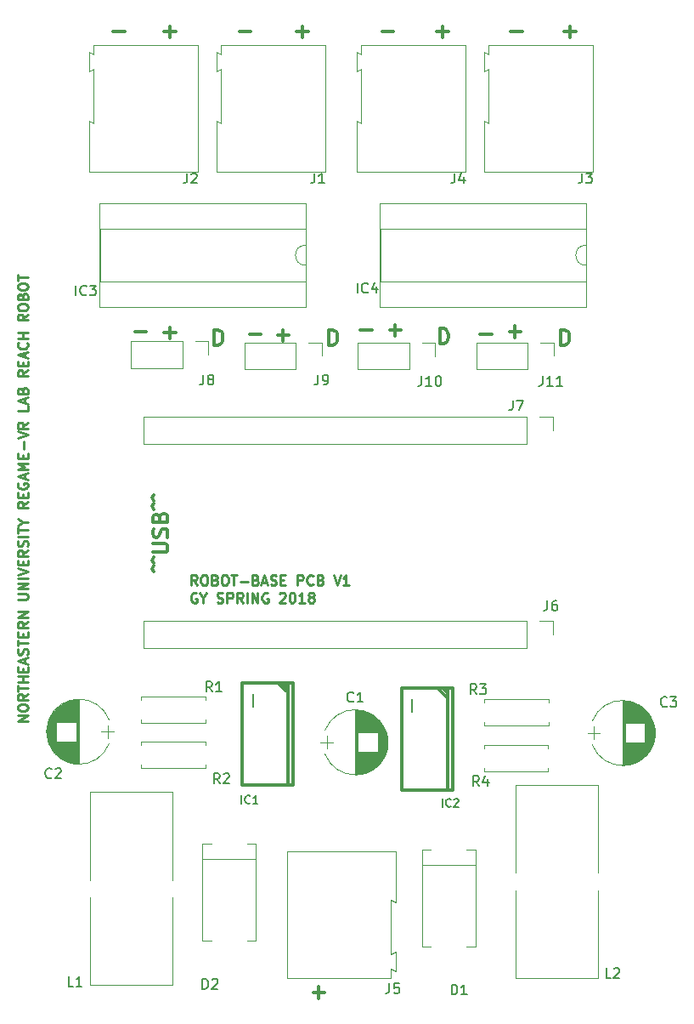
<source format=gto>
G04 #@! TF.FileFunction,Legend,Top*
%FSLAX46Y46*%
G04 Gerber Fmt 4.6, Leading zero omitted, Abs format (unit mm)*
G04 Created by KiCad (PCBNEW 4.0.7) date 04/10/18 22:25:08*
%MOMM*%
%LPD*%
G01*
G04 APERTURE LIST*
%ADD10C,0.100000*%
%ADD11C,0.250000*%
%ADD12C,0.300000*%
%ADD13C,0.150000*%
%ADD14C,0.350000*%
%ADD15C,0.120000*%
G04 APERTURE END LIST*
D10*
D11*
X102814381Y-106060905D02*
X101814381Y-106060905D01*
X102814381Y-105489476D01*
X101814381Y-105489476D01*
X101814381Y-104822810D02*
X101814381Y-104632333D01*
X101862000Y-104537095D01*
X101957238Y-104441857D01*
X102147714Y-104394238D01*
X102481048Y-104394238D01*
X102671524Y-104441857D01*
X102766762Y-104537095D01*
X102814381Y-104632333D01*
X102814381Y-104822810D01*
X102766762Y-104918048D01*
X102671524Y-105013286D01*
X102481048Y-105060905D01*
X102147714Y-105060905D01*
X101957238Y-105013286D01*
X101862000Y-104918048D01*
X101814381Y-104822810D01*
X102814381Y-103394238D02*
X102338190Y-103727572D01*
X102814381Y-103965667D02*
X101814381Y-103965667D01*
X101814381Y-103584714D01*
X101862000Y-103489476D01*
X101909619Y-103441857D01*
X102004857Y-103394238D01*
X102147714Y-103394238D01*
X102242952Y-103441857D01*
X102290571Y-103489476D01*
X102338190Y-103584714D01*
X102338190Y-103965667D01*
X101814381Y-103108524D02*
X101814381Y-102537095D01*
X102814381Y-102822810D02*
X101814381Y-102822810D01*
X102814381Y-102203762D02*
X101814381Y-102203762D01*
X102290571Y-102203762D02*
X102290571Y-101632333D01*
X102814381Y-101632333D02*
X101814381Y-101632333D01*
X102290571Y-101156143D02*
X102290571Y-100822809D01*
X102814381Y-100679952D02*
X102814381Y-101156143D01*
X101814381Y-101156143D01*
X101814381Y-100679952D01*
X102528667Y-100299000D02*
X102528667Y-99822809D01*
X102814381Y-100394238D02*
X101814381Y-100060905D01*
X102814381Y-99727571D01*
X102766762Y-99441857D02*
X102814381Y-99299000D01*
X102814381Y-99060904D01*
X102766762Y-98965666D01*
X102719143Y-98918047D01*
X102623905Y-98870428D01*
X102528667Y-98870428D01*
X102433429Y-98918047D01*
X102385810Y-98965666D01*
X102338190Y-99060904D01*
X102290571Y-99251381D01*
X102242952Y-99346619D01*
X102195333Y-99394238D01*
X102100095Y-99441857D01*
X102004857Y-99441857D01*
X101909619Y-99394238D01*
X101862000Y-99346619D01*
X101814381Y-99251381D01*
X101814381Y-99013285D01*
X101862000Y-98870428D01*
X101814381Y-98584714D02*
X101814381Y-98013285D01*
X102814381Y-98299000D02*
X101814381Y-98299000D01*
X102290571Y-97679952D02*
X102290571Y-97346618D01*
X102814381Y-97203761D02*
X102814381Y-97679952D01*
X101814381Y-97679952D01*
X101814381Y-97203761D01*
X102814381Y-96203761D02*
X102338190Y-96537095D01*
X102814381Y-96775190D02*
X101814381Y-96775190D01*
X101814381Y-96394237D01*
X101862000Y-96298999D01*
X101909619Y-96251380D01*
X102004857Y-96203761D01*
X102147714Y-96203761D01*
X102242952Y-96251380D01*
X102290571Y-96298999D01*
X102338190Y-96394237D01*
X102338190Y-96775190D01*
X102814381Y-95775190D02*
X101814381Y-95775190D01*
X102814381Y-95203761D01*
X101814381Y-95203761D01*
X101814381Y-93965666D02*
X102623905Y-93965666D01*
X102719143Y-93918047D01*
X102766762Y-93870428D01*
X102814381Y-93775190D01*
X102814381Y-93584713D01*
X102766762Y-93489475D01*
X102719143Y-93441856D01*
X102623905Y-93394237D01*
X101814381Y-93394237D01*
X102814381Y-92918047D02*
X101814381Y-92918047D01*
X102814381Y-92346618D01*
X101814381Y-92346618D01*
X102814381Y-91870428D02*
X101814381Y-91870428D01*
X101814381Y-91537095D02*
X102814381Y-91203762D01*
X101814381Y-90870428D01*
X102290571Y-90537095D02*
X102290571Y-90203761D01*
X102814381Y-90060904D02*
X102814381Y-90537095D01*
X101814381Y-90537095D01*
X101814381Y-90060904D01*
X102814381Y-89060904D02*
X102338190Y-89394238D01*
X102814381Y-89632333D02*
X101814381Y-89632333D01*
X101814381Y-89251380D01*
X101862000Y-89156142D01*
X101909619Y-89108523D01*
X102004857Y-89060904D01*
X102147714Y-89060904D01*
X102242952Y-89108523D01*
X102290571Y-89156142D01*
X102338190Y-89251380D01*
X102338190Y-89632333D01*
X102766762Y-88679952D02*
X102814381Y-88537095D01*
X102814381Y-88298999D01*
X102766762Y-88203761D01*
X102719143Y-88156142D01*
X102623905Y-88108523D01*
X102528667Y-88108523D01*
X102433429Y-88156142D01*
X102385810Y-88203761D01*
X102338190Y-88298999D01*
X102290571Y-88489476D01*
X102242952Y-88584714D01*
X102195333Y-88632333D01*
X102100095Y-88679952D01*
X102004857Y-88679952D01*
X101909619Y-88632333D01*
X101862000Y-88584714D01*
X101814381Y-88489476D01*
X101814381Y-88251380D01*
X101862000Y-88108523D01*
X102814381Y-87679952D02*
X101814381Y-87679952D01*
X101814381Y-87346619D02*
X101814381Y-86775190D01*
X102814381Y-87060905D02*
X101814381Y-87060905D01*
X102338190Y-86251381D02*
X102814381Y-86251381D01*
X101814381Y-86584714D02*
X102338190Y-86251381D01*
X101814381Y-85918047D01*
X102814381Y-84251380D02*
X102338190Y-84584714D01*
X102814381Y-84822809D02*
X101814381Y-84822809D01*
X101814381Y-84441856D01*
X101862000Y-84346618D01*
X101909619Y-84298999D01*
X102004857Y-84251380D01*
X102147714Y-84251380D01*
X102242952Y-84298999D01*
X102290571Y-84346618D01*
X102338190Y-84441856D01*
X102338190Y-84822809D01*
X102290571Y-83822809D02*
X102290571Y-83489475D01*
X102814381Y-83346618D02*
X102814381Y-83822809D01*
X101814381Y-83822809D01*
X101814381Y-83346618D01*
X101862000Y-82394237D02*
X101814381Y-82489475D01*
X101814381Y-82632332D01*
X101862000Y-82775190D01*
X101957238Y-82870428D01*
X102052476Y-82918047D01*
X102242952Y-82965666D01*
X102385810Y-82965666D01*
X102576286Y-82918047D01*
X102671524Y-82870428D01*
X102766762Y-82775190D01*
X102814381Y-82632332D01*
X102814381Y-82537094D01*
X102766762Y-82394237D01*
X102719143Y-82346618D01*
X102385810Y-82346618D01*
X102385810Y-82537094D01*
X102528667Y-81965666D02*
X102528667Y-81489475D01*
X102814381Y-82060904D02*
X101814381Y-81727571D01*
X102814381Y-81394237D01*
X102814381Y-81060904D02*
X101814381Y-81060904D01*
X102528667Y-80727570D01*
X101814381Y-80394237D01*
X102814381Y-80394237D01*
X102290571Y-79918047D02*
X102290571Y-79584713D01*
X102814381Y-79441856D02*
X102814381Y-79918047D01*
X101814381Y-79918047D01*
X101814381Y-79441856D01*
X102433429Y-79013285D02*
X102433429Y-78251380D01*
X101814381Y-77918047D02*
X102814381Y-77584714D01*
X101814381Y-77251380D01*
X102814381Y-76346618D02*
X102338190Y-76679952D01*
X102814381Y-76918047D02*
X101814381Y-76918047D01*
X101814381Y-76537094D01*
X101862000Y-76441856D01*
X101909619Y-76394237D01*
X102004857Y-76346618D01*
X102147714Y-76346618D01*
X102242952Y-76394237D01*
X102290571Y-76441856D01*
X102338190Y-76537094D01*
X102338190Y-76918047D01*
X102814381Y-74679951D02*
X102814381Y-75156142D01*
X101814381Y-75156142D01*
X102528667Y-74394237D02*
X102528667Y-73918046D01*
X102814381Y-74489475D02*
X101814381Y-74156142D01*
X102814381Y-73822808D01*
X102290571Y-73156141D02*
X102338190Y-73013284D01*
X102385810Y-72965665D01*
X102481048Y-72918046D01*
X102623905Y-72918046D01*
X102719143Y-72965665D01*
X102766762Y-73013284D01*
X102814381Y-73108522D01*
X102814381Y-73489475D01*
X101814381Y-73489475D01*
X101814381Y-73156141D01*
X101862000Y-73060903D01*
X101909619Y-73013284D01*
X102004857Y-72965665D01*
X102100095Y-72965665D01*
X102195333Y-73013284D01*
X102242952Y-73060903D01*
X102290571Y-73156141D01*
X102290571Y-73489475D01*
X102814381Y-71156141D02*
X102338190Y-71489475D01*
X102814381Y-71727570D02*
X101814381Y-71727570D01*
X101814381Y-71346617D01*
X101862000Y-71251379D01*
X101909619Y-71203760D01*
X102004857Y-71156141D01*
X102147714Y-71156141D01*
X102242952Y-71203760D01*
X102290571Y-71251379D01*
X102338190Y-71346617D01*
X102338190Y-71727570D01*
X102290571Y-70727570D02*
X102290571Y-70394236D01*
X102814381Y-70251379D02*
X102814381Y-70727570D01*
X101814381Y-70727570D01*
X101814381Y-70251379D01*
X102528667Y-69870427D02*
X102528667Y-69394236D01*
X102814381Y-69965665D02*
X101814381Y-69632332D01*
X102814381Y-69298998D01*
X102719143Y-68394236D02*
X102766762Y-68441855D01*
X102814381Y-68584712D01*
X102814381Y-68679950D01*
X102766762Y-68822808D01*
X102671524Y-68918046D01*
X102576286Y-68965665D01*
X102385810Y-69013284D01*
X102242952Y-69013284D01*
X102052476Y-68965665D01*
X101957238Y-68918046D01*
X101862000Y-68822808D01*
X101814381Y-68679950D01*
X101814381Y-68584712D01*
X101862000Y-68441855D01*
X101909619Y-68394236D01*
X102814381Y-67965665D02*
X101814381Y-67965665D01*
X102290571Y-67965665D02*
X102290571Y-67394236D01*
X102814381Y-67394236D02*
X101814381Y-67394236D01*
X102814381Y-65584712D02*
X102338190Y-65918046D01*
X102814381Y-66156141D02*
X101814381Y-66156141D01*
X101814381Y-65775188D01*
X101862000Y-65679950D01*
X101909619Y-65632331D01*
X102004857Y-65584712D01*
X102147714Y-65584712D01*
X102242952Y-65632331D01*
X102290571Y-65679950D01*
X102338190Y-65775188D01*
X102338190Y-66156141D01*
X101814381Y-64965665D02*
X101814381Y-64775188D01*
X101862000Y-64679950D01*
X101957238Y-64584712D01*
X102147714Y-64537093D01*
X102481048Y-64537093D01*
X102671524Y-64584712D01*
X102766762Y-64679950D01*
X102814381Y-64775188D01*
X102814381Y-64965665D01*
X102766762Y-65060903D01*
X102671524Y-65156141D01*
X102481048Y-65203760D01*
X102147714Y-65203760D01*
X101957238Y-65156141D01*
X101862000Y-65060903D01*
X101814381Y-64965665D01*
X102290571Y-63775188D02*
X102338190Y-63632331D01*
X102385810Y-63584712D01*
X102481048Y-63537093D01*
X102623905Y-63537093D01*
X102719143Y-63584712D01*
X102766762Y-63632331D01*
X102814381Y-63727569D01*
X102814381Y-64108522D01*
X101814381Y-64108522D01*
X101814381Y-63775188D01*
X101862000Y-63679950D01*
X101909619Y-63632331D01*
X102004857Y-63584712D01*
X102100095Y-63584712D01*
X102195333Y-63632331D01*
X102242952Y-63679950D01*
X102290571Y-63775188D01*
X102290571Y-64108522D01*
X101814381Y-62918046D02*
X101814381Y-62727569D01*
X101862000Y-62632331D01*
X101957238Y-62537093D01*
X102147714Y-62489474D01*
X102481048Y-62489474D01*
X102671524Y-62537093D01*
X102766762Y-62632331D01*
X102814381Y-62727569D01*
X102814381Y-62918046D01*
X102766762Y-63013284D01*
X102671524Y-63108522D01*
X102481048Y-63156141D01*
X102147714Y-63156141D01*
X101957238Y-63108522D01*
X101862000Y-63013284D01*
X101814381Y-62918046D01*
X101814381Y-62203760D02*
X101814381Y-61632331D01*
X102814381Y-61918046D02*
X101814381Y-61918046D01*
X119681524Y-92541381D02*
X119348190Y-92065190D01*
X119110095Y-92541381D02*
X119110095Y-91541381D01*
X119491048Y-91541381D01*
X119586286Y-91589000D01*
X119633905Y-91636619D01*
X119681524Y-91731857D01*
X119681524Y-91874714D01*
X119633905Y-91969952D01*
X119586286Y-92017571D01*
X119491048Y-92065190D01*
X119110095Y-92065190D01*
X120300571Y-91541381D02*
X120491048Y-91541381D01*
X120586286Y-91589000D01*
X120681524Y-91684238D01*
X120729143Y-91874714D01*
X120729143Y-92208048D01*
X120681524Y-92398524D01*
X120586286Y-92493762D01*
X120491048Y-92541381D01*
X120300571Y-92541381D01*
X120205333Y-92493762D01*
X120110095Y-92398524D01*
X120062476Y-92208048D01*
X120062476Y-91874714D01*
X120110095Y-91684238D01*
X120205333Y-91589000D01*
X120300571Y-91541381D01*
X121491048Y-92017571D02*
X121633905Y-92065190D01*
X121681524Y-92112810D01*
X121729143Y-92208048D01*
X121729143Y-92350905D01*
X121681524Y-92446143D01*
X121633905Y-92493762D01*
X121538667Y-92541381D01*
X121157714Y-92541381D01*
X121157714Y-91541381D01*
X121491048Y-91541381D01*
X121586286Y-91589000D01*
X121633905Y-91636619D01*
X121681524Y-91731857D01*
X121681524Y-91827095D01*
X121633905Y-91922333D01*
X121586286Y-91969952D01*
X121491048Y-92017571D01*
X121157714Y-92017571D01*
X122348190Y-91541381D02*
X122538667Y-91541381D01*
X122633905Y-91589000D01*
X122729143Y-91684238D01*
X122776762Y-91874714D01*
X122776762Y-92208048D01*
X122729143Y-92398524D01*
X122633905Y-92493762D01*
X122538667Y-92541381D01*
X122348190Y-92541381D01*
X122252952Y-92493762D01*
X122157714Y-92398524D01*
X122110095Y-92208048D01*
X122110095Y-91874714D01*
X122157714Y-91684238D01*
X122252952Y-91589000D01*
X122348190Y-91541381D01*
X123062476Y-91541381D02*
X123633905Y-91541381D01*
X123348190Y-92541381D02*
X123348190Y-91541381D01*
X123967238Y-92160429D02*
X124729143Y-92160429D01*
X125538667Y-92017571D02*
X125681524Y-92065190D01*
X125729143Y-92112810D01*
X125776762Y-92208048D01*
X125776762Y-92350905D01*
X125729143Y-92446143D01*
X125681524Y-92493762D01*
X125586286Y-92541381D01*
X125205333Y-92541381D01*
X125205333Y-91541381D01*
X125538667Y-91541381D01*
X125633905Y-91589000D01*
X125681524Y-91636619D01*
X125729143Y-91731857D01*
X125729143Y-91827095D01*
X125681524Y-91922333D01*
X125633905Y-91969952D01*
X125538667Y-92017571D01*
X125205333Y-92017571D01*
X126157714Y-92255667D02*
X126633905Y-92255667D01*
X126062476Y-92541381D02*
X126395809Y-91541381D01*
X126729143Y-92541381D01*
X127014857Y-92493762D02*
X127157714Y-92541381D01*
X127395810Y-92541381D01*
X127491048Y-92493762D01*
X127538667Y-92446143D01*
X127586286Y-92350905D01*
X127586286Y-92255667D01*
X127538667Y-92160429D01*
X127491048Y-92112810D01*
X127395810Y-92065190D01*
X127205333Y-92017571D01*
X127110095Y-91969952D01*
X127062476Y-91922333D01*
X127014857Y-91827095D01*
X127014857Y-91731857D01*
X127062476Y-91636619D01*
X127110095Y-91589000D01*
X127205333Y-91541381D01*
X127443429Y-91541381D01*
X127586286Y-91589000D01*
X128014857Y-92017571D02*
X128348191Y-92017571D01*
X128491048Y-92541381D02*
X128014857Y-92541381D01*
X128014857Y-91541381D01*
X128491048Y-91541381D01*
X129681524Y-92541381D02*
X129681524Y-91541381D01*
X130062477Y-91541381D01*
X130157715Y-91589000D01*
X130205334Y-91636619D01*
X130252953Y-91731857D01*
X130252953Y-91874714D01*
X130205334Y-91969952D01*
X130157715Y-92017571D01*
X130062477Y-92065190D01*
X129681524Y-92065190D01*
X131252953Y-92446143D02*
X131205334Y-92493762D01*
X131062477Y-92541381D01*
X130967239Y-92541381D01*
X130824381Y-92493762D01*
X130729143Y-92398524D01*
X130681524Y-92303286D01*
X130633905Y-92112810D01*
X130633905Y-91969952D01*
X130681524Y-91779476D01*
X130729143Y-91684238D01*
X130824381Y-91589000D01*
X130967239Y-91541381D01*
X131062477Y-91541381D01*
X131205334Y-91589000D01*
X131252953Y-91636619D01*
X132014858Y-92017571D02*
X132157715Y-92065190D01*
X132205334Y-92112810D01*
X132252953Y-92208048D01*
X132252953Y-92350905D01*
X132205334Y-92446143D01*
X132157715Y-92493762D01*
X132062477Y-92541381D01*
X131681524Y-92541381D01*
X131681524Y-91541381D01*
X132014858Y-91541381D01*
X132110096Y-91589000D01*
X132157715Y-91636619D01*
X132205334Y-91731857D01*
X132205334Y-91827095D01*
X132157715Y-91922333D01*
X132110096Y-91969952D01*
X132014858Y-92017571D01*
X131681524Y-92017571D01*
X133300572Y-91541381D02*
X133633905Y-92541381D01*
X133967239Y-91541381D01*
X134824382Y-92541381D02*
X134252953Y-92541381D01*
X134538667Y-92541381D02*
X134538667Y-91541381D01*
X134443429Y-91684238D01*
X134348191Y-91779476D01*
X134252953Y-91827095D01*
X119633905Y-93339000D02*
X119538667Y-93291381D01*
X119395810Y-93291381D01*
X119252952Y-93339000D01*
X119157714Y-93434238D01*
X119110095Y-93529476D01*
X119062476Y-93719952D01*
X119062476Y-93862810D01*
X119110095Y-94053286D01*
X119157714Y-94148524D01*
X119252952Y-94243762D01*
X119395810Y-94291381D01*
X119491048Y-94291381D01*
X119633905Y-94243762D01*
X119681524Y-94196143D01*
X119681524Y-93862810D01*
X119491048Y-93862810D01*
X120300571Y-93815190D02*
X120300571Y-94291381D01*
X119967238Y-93291381D02*
X120300571Y-93815190D01*
X120633905Y-93291381D01*
X121681524Y-94243762D02*
X121824381Y-94291381D01*
X122062477Y-94291381D01*
X122157715Y-94243762D01*
X122205334Y-94196143D01*
X122252953Y-94100905D01*
X122252953Y-94005667D01*
X122205334Y-93910429D01*
X122157715Y-93862810D01*
X122062477Y-93815190D01*
X121872000Y-93767571D01*
X121776762Y-93719952D01*
X121729143Y-93672333D01*
X121681524Y-93577095D01*
X121681524Y-93481857D01*
X121729143Y-93386619D01*
X121776762Y-93339000D01*
X121872000Y-93291381D01*
X122110096Y-93291381D01*
X122252953Y-93339000D01*
X122681524Y-94291381D02*
X122681524Y-93291381D01*
X123062477Y-93291381D01*
X123157715Y-93339000D01*
X123205334Y-93386619D01*
X123252953Y-93481857D01*
X123252953Y-93624714D01*
X123205334Y-93719952D01*
X123157715Y-93767571D01*
X123062477Y-93815190D01*
X122681524Y-93815190D01*
X124252953Y-94291381D02*
X123919619Y-93815190D01*
X123681524Y-94291381D02*
X123681524Y-93291381D01*
X124062477Y-93291381D01*
X124157715Y-93339000D01*
X124205334Y-93386619D01*
X124252953Y-93481857D01*
X124252953Y-93624714D01*
X124205334Y-93719952D01*
X124157715Y-93767571D01*
X124062477Y-93815190D01*
X123681524Y-93815190D01*
X124681524Y-94291381D02*
X124681524Y-93291381D01*
X125157714Y-94291381D02*
X125157714Y-93291381D01*
X125729143Y-94291381D01*
X125729143Y-93291381D01*
X126729143Y-93339000D02*
X126633905Y-93291381D01*
X126491048Y-93291381D01*
X126348190Y-93339000D01*
X126252952Y-93434238D01*
X126205333Y-93529476D01*
X126157714Y-93719952D01*
X126157714Y-93862810D01*
X126205333Y-94053286D01*
X126252952Y-94148524D01*
X126348190Y-94243762D01*
X126491048Y-94291381D01*
X126586286Y-94291381D01*
X126729143Y-94243762D01*
X126776762Y-94196143D01*
X126776762Y-93862810D01*
X126586286Y-93862810D01*
X127919619Y-93386619D02*
X127967238Y-93339000D01*
X128062476Y-93291381D01*
X128300572Y-93291381D01*
X128395810Y-93339000D01*
X128443429Y-93386619D01*
X128491048Y-93481857D01*
X128491048Y-93577095D01*
X128443429Y-93719952D01*
X127872000Y-94291381D01*
X128491048Y-94291381D01*
X129110095Y-93291381D02*
X129205334Y-93291381D01*
X129300572Y-93339000D01*
X129348191Y-93386619D01*
X129395810Y-93481857D01*
X129443429Y-93672333D01*
X129443429Y-93910429D01*
X129395810Y-94100905D01*
X129348191Y-94196143D01*
X129300572Y-94243762D01*
X129205334Y-94291381D01*
X129110095Y-94291381D01*
X129014857Y-94243762D01*
X128967238Y-94196143D01*
X128919619Y-94100905D01*
X128872000Y-93910429D01*
X128872000Y-93672333D01*
X128919619Y-93481857D01*
X128967238Y-93386619D01*
X129014857Y-93339000D01*
X129110095Y-93291381D01*
X130395810Y-94291381D02*
X129824381Y-94291381D01*
X130110095Y-94291381D02*
X130110095Y-93291381D01*
X130014857Y-93434238D01*
X129919619Y-93529476D01*
X129824381Y-93577095D01*
X130967238Y-93719952D02*
X130872000Y-93672333D01*
X130824381Y-93624714D01*
X130776762Y-93529476D01*
X130776762Y-93481857D01*
X130824381Y-93386619D01*
X130872000Y-93339000D01*
X130967238Y-93291381D01*
X131157715Y-93291381D01*
X131252953Y-93339000D01*
X131300572Y-93386619D01*
X131348191Y-93481857D01*
X131348191Y-93529476D01*
X131300572Y-93624714D01*
X131252953Y-93672333D01*
X131157715Y-93719952D01*
X130967238Y-93719952D01*
X130872000Y-93767571D01*
X130824381Y-93815190D01*
X130776762Y-93910429D01*
X130776762Y-94100905D01*
X130824381Y-94196143D01*
X130872000Y-94243762D01*
X130967238Y-94291381D01*
X131157715Y-94291381D01*
X131252953Y-94243762D01*
X131300572Y-94196143D01*
X131348191Y-94100905D01*
X131348191Y-93910429D01*
X131300572Y-93815190D01*
X131252953Y-93767571D01*
X131157715Y-93719952D01*
D12*
X111315572Y-37445143D02*
X112458429Y-37445143D01*
X123888572Y-37445143D02*
X125031429Y-37445143D01*
X138112572Y-37445143D02*
X139255429Y-37445143D01*
X150939572Y-37445143D02*
X152082429Y-37445143D01*
X143879143Y-68496571D02*
X143879143Y-66996571D01*
X144236286Y-66996571D01*
X144450571Y-67068000D01*
X144593429Y-67210857D01*
X144664857Y-67353714D01*
X144736286Y-67639429D01*
X144736286Y-67853714D01*
X144664857Y-68139429D01*
X144593429Y-68282286D01*
X144450571Y-68425143D01*
X144236286Y-68496571D01*
X143879143Y-68496571D01*
X155944143Y-68623571D02*
X155944143Y-67123571D01*
X156301286Y-67123571D01*
X156515571Y-67195000D01*
X156658429Y-67337857D01*
X156729857Y-67480714D01*
X156801286Y-67766429D01*
X156801286Y-67980714D01*
X156729857Y-68266429D01*
X156658429Y-68409286D01*
X156515571Y-68552143D01*
X156301286Y-68623571D01*
X155944143Y-68623571D01*
X132830143Y-68623571D02*
X132830143Y-67123571D01*
X133187286Y-67123571D01*
X133401571Y-67195000D01*
X133544429Y-67337857D01*
X133615857Y-67480714D01*
X133687286Y-67766429D01*
X133687286Y-67980714D01*
X133615857Y-68266429D01*
X133544429Y-68409286D01*
X133401571Y-68552143D01*
X133187286Y-68623571D01*
X132830143Y-68623571D01*
X121400143Y-68623571D02*
X121400143Y-67123571D01*
X121757286Y-67123571D01*
X121971571Y-67195000D01*
X122114429Y-67337857D01*
X122185857Y-67480714D01*
X122257286Y-67766429D01*
X122257286Y-67980714D01*
X122185857Y-68266429D01*
X122114429Y-68409286D01*
X121971571Y-68552143D01*
X121757286Y-68623571D01*
X121400143Y-68623571D01*
X131254572Y-133076143D02*
X132397429Y-133076143D01*
X131826000Y-133647571D02*
X131826000Y-132504714D01*
X143573572Y-37445143D02*
X144716429Y-37445143D01*
X144145000Y-38016571D02*
X144145000Y-36873714D01*
X156273572Y-37445143D02*
X157416429Y-37445143D01*
X156845000Y-38016571D02*
X156845000Y-36873714D01*
X116395572Y-37445143D02*
X117538429Y-37445143D01*
X116967000Y-38016571D02*
X116967000Y-36873714D01*
X129603572Y-37445143D02*
X130746429Y-37445143D01*
X130175000Y-38016571D02*
X130175000Y-36873714D01*
X115399429Y-91197429D02*
X115185143Y-90911715D01*
X115399429Y-90626000D01*
X115399429Y-90340286D02*
X115185143Y-90054572D01*
X115399429Y-89768857D01*
X115256571Y-89268857D02*
X116470857Y-89268857D01*
X116613714Y-89197429D01*
X116685143Y-89126000D01*
X116756571Y-88983143D01*
X116756571Y-88697429D01*
X116685143Y-88554571D01*
X116613714Y-88483143D01*
X116470857Y-88411714D01*
X115256571Y-88411714D01*
X116685143Y-87768857D02*
X116756571Y-87554571D01*
X116756571Y-87197428D01*
X116685143Y-87054571D01*
X116613714Y-86983142D01*
X116470857Y-86911714D01*
X116328000Y-86911714D01*
X116185143Y-86983142D01*
X116113714Y-87054571D01*
X116042286Y-87197428D01*
X115970857Y-87483142D01*
X115899429Y-87626000D01*
X115828000Y-87697428D01*
X115685143Y-87768857D01*
X115542286Y-87768857D01*
X115399429Y-87697428D01*
X115328000Y-87626000D01*
X115256571Y-87483142D01*
X115256571Y-87126000D01*
X115328000Y-86911714D01*
X115970857Y-85768857D02*
X116042286Y-85554571D01*
X116113714Y-85483143D01*
X116256571Y-85411714D01*
X116470857Y-85411714D01*
X116613714Y-85483143D01*
X116685143Y-85554571D01*
X116756571Y-85697429D01*
X116756571Y-86268857D01*
X115256571Y-86268857D01*
X115256571Y-85768857D01*
X115328000Y-85626000D01*
X115399429Y-85554571D01*
X115542286Y-85483143D01*
X115685143Y-85483143D01*
X115828000Y-85554571D01*
X115899429Y-85626000D01*
X115970857Y-85768857D01*
X115970857Y-86268857D01*
X115399429Y-84983143D02*
X115185143Y-84697429D01*
X115399429Y-84411714D01*
X115399429Y-84126000D02*
X115185143Y-83840286D01*
X115399429Y-83554571D01*
X147891572Y-67544143D02*
X149034429Y-67544143D01*
X135953572Y-67163143D02*
X137096429Y-67163143D01*
X113474572Y-67290143D02*
X114617429Y-67290143D01*
X150812572Y-67290143D02*
X151955429Y-67290143D01*
X151384000Y-67861571D02*
X151384000Y-66718714D01*
X138874572Y-67163143D02*
X140017429Y-67163143D01*
X139446000Y-67734571D02*
X139446000Y-66591714D01*
X116395572Y-67417143D02*
X117538429Y-67417143D01*
X116967000Y-67988571D02*
X116967000Y-66845714D01*
X124904572Y-67544143D02*
X126047429Y-67544143D01*
X127698572Y-67671143D02*
X128841429Y-67671143D01*
X128270000Y-68242571D02*
X128270000Y-67099714D01*
D13*
X141121000Y-103886500D02*
X141121000Y-105136500D01*
D14*
X143738600Y-102857300D02*
X144602200Y-103720900D01*
X144653000Y-103314500D02*
X144145000Y-102806500D01*
X144653000Y-102806500D02*
X144653000Y-112966500D01*
X145161000Y-102806500D02*
X140081000Y-102806500D01*
X140081000Y-102806500D02*
X140081000Y-112966500D01*
X140081000Y-112966500D02*
X145161000Y-112966500D01*
X145161000Y-112966500D02*
X145161000Y-102806500D01*
D15*
X117209500Y-113134500D02*
X117209500Y-121881500D01*
X117209500Y-123609500D02*
X117209500Y-132356500D01*
X108989500Y-113134500D02*
X108989500Y-121881500D01*
X108989500Y-123609500D02*
X108989500Y-132356500D01*
X117209500Y-113134500D02*
X108989500Y-113134500D01*
X117209500Y-132356500D02*
X108989500Y-132356500D01*
X138468720Y-106999464D02*
G75*
G03X132433418Y-106998600I-3017820J-1179136D01*
G01*
X138468720Y-109357736D02*
G75*
G02X132433418Y-109358600I-3017820J1179136D01*
G01*
X138468720Y-109357736D02*
G75*
G03X138468382Y-106998600I-3017820J1179136D01*
G01*
X135450900Y-104978600D02*
X135450900Y-111378600D01*
X135490900Y-104978600D02*
X135490900Y-111378600D01*
X135530900Y-104978600D02*
X135530900Y-111378600D01*
X135570900Y-104980600D02*
X135570900Y-111376600D01*
X135610900Y-104981600D02*
X135610900Y-111375600D01*
X135650900Y-104984600D02*
X135650900Y-111372600D01*
X135690900Y-104986600D02*
X135690900Y-111370600D01*
X135730900Y-104990600D02*
X135730900Y-107198600D01*
X135730900Y-109158600D02*
X135730900Y-111366600D01*
X135770900Y-104993600D02*
X135770900Y-107198600D01*
X135770900Y-109158600D02*
X135770900Y-111363600D01*
X135810900Y-104998600D02*
X135810900Y-107198600D01*
X135810900Y-109158600D02*
X135810900Y-111358600D01*
X135850900Y-105002600D02*
X135850900Y-107198600D01*
X135850900Y-109158600D02*
X135850900Y-111354600D01*
X135890900Y-105008600D02*
X135890900Y-107198600D01*
X135890900Y-109158600D02*
X135890900Y-111348600D01*
X135930900Y-105013600D02*
X135930900Y-107198600D01*
X135930900Y-109158600D02*
X135930900Y-111343600D01*
X135970900Y-105020600D02*
X135970900Y-107198600D01*
X135970900Y-109158600D02*
X135970900Y-111336600D01*
X136010900Y-105026600D02*
X136010900Y-107198600D01*
X136010900Y-109158600D02*
X136010900Y-111330600D01*
X136050900Y-105034600D02*
X136050900Y-107198600D01*
X136050900Y-109158600D02*
X136050900Y-111322600D01*
X136090900Y-105041600D02*
X136090900Y-107198600D01*
X136090900Y-109158600D02*
X136090900Y-111315600D01*
X136130900Y-105050600D02*
X136130900Y-107198600D01*
X136130900Y-109158600D02*
X136130900Y-111306600D01*
X136171900Y-105059600D02*
X136171900Y-107198600D01*
X136171900Y-109158600D02*
X136171900Y-111297600D01*
X136211900Y-105068600D02*
X136211900Y-107198600D01*
X136211900Y-109158600D02*
X136211900Y-111288600D01*
X136251900Y-105078600D02*
X136251900Y-107198600D01*
X136251900Y-109158600D02*
X136251900Y-111278600D01*
X136291900Y-105088600D02*
X136291900Y-107198600D01*
X136291900Y-109158600D02*
X136291900Y-111268600D01*
X136331900Y-105099600D02*
X136331900Y-107198600D01*
X136331900Y-109158600D02*
X136331900Y-111257600D01*
X136371900Y-105111600D02*
X136371900Y-107198600D01*
X136371900Y-109158600D02*
X136371900Y-111245600D01*
X136411900Y-105123600D02*
X136411900Y-107198600D01*
X136411900Y-109158600D02*
X136411900Y-111233600D01*
X136451900Y-105136600D02*
X136451900Y-107198600D01*
X136451900Y-109158600D02*
X136451900Y-111220600D01*
X136491900Y-105149600D02*
X136491900Y-107198600D01*
X136491900Y-109158600D02*
X136491900Y-111207600D01*
X136531900Y-105163600D02*
X136531900Y-107198600D01*
X136531900Y-109158600D02*
X136531900Y-111193600D01*
X136571900Y-105177600D02*
X136571900Y-107198600D01*
X136571900Y-109158600D02*
X136571900Y-111179600D01*
X136611900Y-105192600D02*
X136611900Y-107198600D01*
X136611900Y-109158600D02*
X136611900Y-111164600D01*
X136651900Y-105208600D02*
X136651900Y-107198600D01*
X136651900Y-109158600D02*
X136651900Y-111148600D01*
X136691900Y-105224600D02*
X136691900Y-107198600D01*
X136691900Y-109158600D02*
X136691900Y-111132600D01*
X136731900Y-105241600D02*
X136731900Y-107198600D01*
X136731900Y-109158600D02*
X136731900Y-111115600D01*
X136771900Y-105259600D02*
X136771900Y-107198600D01*
X136771900Y-109158600D02*
X136771900Y-111097600D01*
X136811900Y-105277600D02*
X136811900Y-107198600D01*
X136811900Y-109158600D02*
X136811900Y-111079600D01*
X136851900Y-105296600D02*
X136851900Y-107198600D01*
X136851900Y-109158600D02*
X136851900Y-111060600D01*
X136891900Y-105315600D02*
X136891900Y-107198600D01*
X136891900Y-109158600D02*
X136891900Y-111041600D01*
X136931900Y-105335600D02*
X136931900Y-107198600D01*
X136931900Y-109158600D02*
X136931900Y-111021600D01*
X136971900Y-105356600D02*
X136971900Y-107198600D01*
X136971900Y-109158600D02*
X136971900Y-111000600D01*
X137011900Y-105378600D02*
X137011900Y-107198600D01*
X137011900Y-109158600D02*
X137011900Y-110978600D01*
X137051900Y-105400600D02*
X137051900Y-107198600D01*
X137051900Y-109158600D02*
X137051900Y-110956600D01*
X137091900Y-105423600D02*
X137091900Y-107198600D01*
X137091900Y-109158600D02*
X137091900Y-110933600D01*
X137131900Y-105447600D02*
X137131900Y-107198600D01*
X137131900Y-109158600D02*
X137131900Y-110909600D01*
X137171900Y-105472600D02*
X137171900Y-107198600D01*
X137171900Y-109158600D02*
X137171900Y-110884600D01*
X137211900Y-105497600D02*
X137211900Y-107198600D01*
X137211900Y-109158600D02*
X137211900Y-110859600D01*
X137251900Y-105524600D02*
X137251900Y-107198600D01*
X137251900Y-109158600D02*
X137251900Y-110832600D01*
X137291900Y-105551600D02*
X137291900Y-107198600D01*
X137291900Y-109158600D02*
X137291900Y-110805600D01*
X137331900Y-105579600D02*
X137331900Y-107198600D01*
X137331900Y-109158600D02*
X137331900Y-110777600D01*
X137371900Y-105608600D02*
X137371900Y-107198600D01*
X137371900Y-109158600D02*
X137371900Y-110748600D01*
X137411900Y-105638600D02*
X137411900Y-107198600D01*
X137411900Y-109158600D02*
X137411900Y-110718600D01*
X137451900Y-105668600D02*
X137451900Y-107198600D01*
X137451900Y-109158600D02*
X137451900Y-110688600D01*
X137491900Y-105700600D02*
X137491900Y-107198600D01*
X137491900Y-109158600D02*
X137491900Y-110656600D01*
X137531900Y-105733600D02*
X137531900Y-107198600D01*
X137531900Y-109158600D02*
X137531900Y-110623600D01*
X137571900Y-105767600D02*
X137571900Y-107198600D01*
X137571900Y-109158600D02*
X137571900Y-110589600D01*
X137611900Y-105803600D02*
X137611900Y-107198600D01*
X137611900Y-109158600D02*
X137611900Y-110553600D01*
X137651900Y-105839600D02*
X137651900Y-107198600D01*
X137651900Y-109158600D02*
X137651900Y-110517600D01*
X137691900Y-105877600D02*
X137691900Y-110479600D01*
X137731900Y-105916600D02*
X137731900Y-110440600D01*
X137771900Y-105956600D02*
X137771900Y-110400600D01*
X137811900Y-105998600D02*
X137811900Y-110358600D01*
X137851900Y-106041600D02*
X137851900Y-110315600D01*
X137891900Y-106086600D02*
X137891900Y-110270600D01*
X137931900Y-106133600D02*
X137931900Y-110223600D01*
X137971900Y-106181600D02*
X137971900Y-110175600D01*
X138011900Y-106232600D02*
X138011900Y-110124600D01*
X138051900Y-106284600D02*
X138051900Y-110072600D01*
X138091900Y-106339600D02*
X138091900Y-110017600D01*
X138131900Y-106397600D02*
X138131900Y-109959600D01*
X138171900Y-106457600D02*
X138171900Y-109899600D01*
X138211900Y-106520600D02*
X138211900Y-109836600D01*
X138251900Y-106587600D02*
X138251900Y-109769600D01*
X138291900Y-106658600D02*
X138291900Y-109698600D01*
X138331900Y-106733600D02*
X138331900Y-109623600D01*
X138371900Y-106814600D02*
X138371900Y-109542600D01*
X138411900Y-106900600D02*
X138411900Y-109456600D01*
X138451900Y-106994600D02*
X138451900Y-109362600D01*
X138491900Y-107097600D02*
X138491900Y-109259600D01*
X138531900Y-107212600D02*
X138531900Y-109144600D01*
X138571900Y-107344600D02*
X138571900Y-109012600D01*
X138611900Y-107502600D02*
X138611900Y-108854600D01*
X138651900Y-107710600D02*
X138651900Y-108646600D01*
X132000900Y-108178600D02*
X133200900Y-108178600D01*
X132600900Y-107528600D02*
X132600900Y-108828600D01*
X104888680Y-108303636D02*
G75*
G03X110923982Y-108304500I3017820J1179136D01*
G01*
X104888680Y-105945364D02*
G75*
G02X110923982Y-105944500I3017820J-1179136D01*
G01*
X104888680Y-105945364D02*
G75*
G03X104889018Y-108304500I3017820J-1179136D01*
G01*
X107906500Y-110324500D02*
X107906500Y-103924500D01*
X107866500Y-110324500D02*
X107866500Y-103924500D01*
X107826500Y-110324500D02*
X107826500Y-103924500D01*
X107786500Y-110322500D02*
X107786500Y-103926500D01*
X107746500Y-110321500D02*
X107746500Y-103927500D01*
X107706500Y-110318500D02*
X107706500Y-103930500D01*
X107666500Y-110316500D02*
X107666500Y-103932500D01*
X107626500Y-110312500D02*
X107626500Y-108104500D01*
X107626500Y-106144500D02*
X107626500Y-103936500D01*
X107586500Y-110309500D02*
X107586500Y-108104500D01*
X107586500Y-106144500D02*
X107586500Y-103939500D01*
X107546500Y-110304500D02*
X107546500Y-108104500D01*
X107546500Y-106144500D02*
X107546500Y-103944500D01*
X107506500Y-110300500D02*
X107506500Y-108104500D01*
X107506500Y-106144500D02*
X107506500Y-103948500D01*
X107466500Y-110294500D02*
X107466500Y-108104500D01*
X107466500Y-106144500D02*
X107466500Y-103954500D01*
X107426500Y-110289500D02*
X107426500Y-108104500D01*
X107426500Y-106144500D02*
X107426500Y-103959500D01*
X107386500Y-110282500D02*
X107386500Y-108104500D01*
X107386500Y-106144500D02*
X107386500Y-103966500D01*
X107346500Y-110276500D02*
X107346500Y-108104500D01*
X107346500Y-106144500D02*
X107346500Y-103972500D01*
X107306500Y-110268500D02*
X107306500Y-108104500D01*
X107306500Y-106144500D02*
X107306500Y-103980500D01*
X107266500Y-110261500D02*
X107266500Y-108104500D01*
X107266500Y-106144500D02*
X107266500Y-103987500D01*
X107226500Y-110252500D02*
X107226500Y-108104500D01*
X107226500Y-106144500D02*
X107226500Y-103996500D01*
X107185500Y-110243500D02*
X107185500Y-108104500D01*
X107185500Y-106144500D02*
X107185500Y-104005500D01*
X107145500Y-110234500D02*
X107145500Y-108104500D01*
X107145500Y-106144500D02*
X107145500Y-104014500D01*
X107105500Y-110224500D02*
X107105500Y-108104500D01*
X107105500Y-106144500D02*
X107105500Y-104024500D01*
X107065500Y-110214500D02*
X107065500Y-108104500D01*
X107065500Y-106144500D02*
X107065500Y-104034500D01*
X107025500Y-110203500D02*
X107025500Y-108104500D01*
X107025500Y-106144500D02*
X107025500Y-104045500D01*
X106985500Y-110191500D02*
X106985500Y-108104500D01*
X106985500Y-106144500D02*
X106985500Y-104057500D01*
X106945500Y-110179500D02*
X106945500Y-108104500D01*
X106945500Y-106144500D02*
X106945500Y-104069500D01*
X106905500Y-110166500D02*
X106905500Y-108104500D01*
X106905500Y-106144500D02*
X106905500Y-104082500D01*
X106865500Y-110153500D02*
X106865500Y-108104500D01*
X106865500Y-106144500D02*
X106865500Y-104095500D01*
X106825500Y-110139500D02*
X106825500Y-108104500D01*
X106825500Y-106144500D02*
X106825500Y-104109500D01*
X106785500Y-110125500D02*
X106785500Y-108104500D01*
X106785500Y-106144500D02*
X106785500Y-104123500D01*
X106745500Y-110110500D02*
X106745500Y-108104500D01*
X106745500Y-106144500D02*
X106745500Y-104138500D01*
X106705500Y-110094500D02*
X106705500Y-108104500D01*
X106705500Y-106144500D02*
X106705500Y-104154500D01*
X106665500Y-110078500D02*
X106665500Y-108104500D01*
X106665500Y-106144500D02*
X106665500Y-104170500D01*
X106625500Y-110061500D02*
X106625500Y-108104500D01*
X106625500Y-106144500D02*
X106625500Y-104187500D01*
X106585500Y-110043500D02*
X106585500Y-108104500D01*
X106585500Y-106144500D02*
X106585500Y-104205500D01*
X106545500Y-110025500D02*
X106545500Y-108104500D01*
X106545500Y-106144500D02*
X106545500Y-104223500D01*
X106505500Y-110006500D02*
X106505500Y-108104500D01*
X106505500Y-106144500D02*
X106505500Y-104242500D01*
X106465500Y-109987500D02*
X106465500Y-108104500D01*
X106465500Y-106144500D02*
X106465500Y-104261500D01*
X106425500Y-109967500D02*
X106425500Y-108104500D01*
X106425500Y-106144500D02*
X106425500Y-104281500D01*
X106385500Y-109946500D02*
X106385500Y-108104500D01*
X106385500Y-106144500D02*
X106385500Y-104302500D01*
X106345500Y-109924500D02*
X106345500Y-108104500D01*
X106345500Y-106144500D02*
X106345500Y-104324500D01*
X106305500Y-109902500D02*
X106305500Y-108104500D01*
X106305500Y-106144500D02*
X106305500Y-104346500D01*
X106265500Y-109879500D02*
X106265500Y-108104500D01*
X106265500Y-106144500D02*
X106265500Y-104369500D01*
X106225500Y-109855500D02*
X106225500Y-108104500D01*
X106225500Y-106144500D02*
X106225500Y-104393500D01*
X106185500Y-109830500D02*
X106185500Y-108104500D01*
X106185500Y-106144500D02*
X106185500Y-104418500D01*
X106145500Y-109805500D02*
X106145500Y-108104500D01*
X106145500Y-106144500D02*
X106145500Y-104443500D01*
X106105500Y-109778500D02*
X106105500Y-108104500D01*
X106105500Y-106144500D02*
X106105500Y-104470500D01*
X106065500Y-109751500D02*
X106065500Y-108104500D01*
X106065500Y-106144500D02*
X106065500Y-104497500D01*
X106025500Y-109723500D02*
X106025500Y-108104500D01*
X106025500Y-106144500D02*
X106025500Y-104525500D01*
X105985500Y-109694500D02*
X105985500Y-108104500D01*
X105985500Y-106144500D02*
X105985500Y-104554500D01*
X105945500Y-109664500D02*
X105945500Y-108104500D01*
X105945500Y-106144500D02*
X105945500Y-104584500D01*
X105905500Y-109634500D02*
X105905500Y-108104500D01*
X105905500Y-106144500D02*
X105905500Y-104614500D01*
X105865500Y-109602500D02*
X105865500Y-108104500D01*
X105865500Y-106144500D02*
X105865500Y-104646500D01*
X105825500Y-109569500D02*
X105825500Y-108104500D01*
X105825500Y-106144500D02*
X105825500Y-104679500D01*
X105785500Y-109535500D02*
X105785500Y-108104500D01*
X105785500Y-106144500D02*
X105785500Y-104713500D01*
X105745500Y-109499500D02*
X105745500Y-108104500D01*
X105745500Y-106144500D02*
X105745500Y-104749500D01*
X105705500Y-109463500D02*
X105705500Y-108104500D01*
X105705500Y-106144500D02*
X105705500Y-104785500D01*
X105665500Y-109425500D02*
X105665500Y-104823500D01*
X105625500Y-109386500D02*
X105625500Y-104862500D01*
X105585500Y-109346500D02*
X105585500Y-104902500D01*
X105545500Y-109304500D02*
X105545500Y-104944500D01*
X105505500Y-109261500D02*
X105505500Y-104987500D01*
X105465500Y-109216500D02*
X105465500Y-105032500D01*
X105425500Y-109169500D02*
X105425500Y-105079500D01*
X105385500Y-109121500D02*
X105385500Y-105127500D01*
X105345500Y-109070500D02*
X105345500Y-105178500D01*
X105305500Y-109018500D02*
X105305500Y-105230500D01*
X105265500Y-108963500D02*
X105265500Y-105285500D01*
X105225500Y-108905500D02*
X105225500Y-105343500D01*
X105185500Y-108845500D02*
X105185500Y-105403500D01*
X105145500Y-108782500D02*
X105145500Y-105466500D01*
X105105500Y-108715500D02*
X105105500Y-105533500D01*
X105065500Y-108644500D02*
X105065500Y-105604500D01*
X105025500Y-108569500D02*
X105025500Y-105679500D01*
X104985500Y-108488500D02*
X104985500Y-105760500D01*
X104945500Y-108402500D02*
X104945500Y-105846500D01*
X104905500Y-108308500D02*
X104905500Y-105940500D01*
X104865500Y-108205500D02*
X104865500Y-106043500D01*
X104825500Y-108090500D02*
X104825500Y-106158500D01*
X104785500Y-107958500D02*
X104785500Y-106290500D01*
X104745500Y-107800500D02*
X104745500Y-106448500D01*
X104705500Y-107592500D02*
X104705500Y-106656500D01*
X111356500Y-107124500D02*
X110156500Y-107124500D01*
X110756500Y-107774500D02*
X110756500Y-106474500D01*
X165113320Y-106072364D02*
G75*
G03X159078018Y-106071500I-3017820J-1179136D01*
G01*
X165113320Y-108430636D02*
G75*
G02X159078018Y-108431500I-3017820J1179136D01*
G01*
X165113320Y-108430636D02*
G75*
G03X165112982Y-106071500I-3017820J1179136D01*
G01*
X162095500Y-104051500D02*
X162095500Y-110451500D01*
X162135500Y-104051500D02*
X162135500Y-110451500D01*
X162175500Y-104051500D02*
X162175500Y-110451500D01*
X162215500Y-104053500D02*
X162215500Y-110449500D01*
X162255500Y-104054500D02*
X162255500Y-110448500D01*
X162295500Y-104057500D02*
X162295500Y-110445500D01*
X162335500Y-104059500D02*
X162335500Y-110443500D01*
X162375500Y-104063500D02*
X162375500Y-106271500D01*
X162375500Y-108231500D02*
X162375500Y-110439500D01*
X162415500Y-104066500D02*
X162415500Y-106271500D01*
X162415500Y-108231500D02*
X162415500Y-110436500D01*
X162455500Y-104071500D02*
X162455500Y-106271500D01*
X162455500Y-108231500D02*
X162455500Y-110431500D01*
X162495500Y-104075500D02*
X162495500Y-106271500D01*
X162495500Y-108231500D02*
X162495500Y-110427500D01*
X162535500Y-104081500D02*
X162535500Y-106271500D01*
X162535500Y-108231500D02*
X162535500Y-110421500D01*
X162575500Y-104086500D02*
X162575500Y-106271500D01*
X162575500Y-108231500D02*
X162575500Y-110416500D01*
X162615500Y-104093500D02*
X162615500Y-106271500D01*
X162615500Y-108231500D02*
X162615500Y-110409500D01*
X162655500Y-104099500D02*
X162655500Y-106271500D01*
X162655500Y-108231500D02*
X162655500Y-110403500D01*
X162695500Y-104107500D02*
X162695500Y-106271500D01*
X162695500Y-108231500D02*
X162695500Y-110395500D01*
X162735500Y-104114500D02*
X162735500Y-106271500D01*
X162735500Y-108231500D02*
X162735500Y-110388500D01*
X162775500Y-104123500D02*
X162775500Y-106271500D01*
X162775500Y-108231500D02*
X162775500Y-110379500D01*
X162816500Y-104132500D02*
X162816500Y-106271500D01*
X162816500Y-108231500D02*
X162816500Y-110370500D01*
X162856500Y-104141500D02*
X162856500Y-106271500D01*
X162856500Y-108231500D02*
X162856500Y-110361500D01*
X162896500Y-104151500D02*
X162896500Y-106271500D01*
X162896500Y-108231500D02*
X162896500Y-110351500D01*
X162936500Y-104161500D02*
X162936500Y-106271500D01*
X162936500Y-108231500D02*
X162936500Y-110341500D01*
X162976500Y-104172500D02*
X162976500Y-106271500D01*
X162976500Y-108231500D02*
X162976500Y-110330500D01*
X163016500Y-104184500D02*
X163016500Y-106271500D01*
X163016500Y-108231500D02*
X163016500Y-110318500D01*
X163056500Y-104196500D02*
X163056500Y-106271500D01*
X163056500Y-108231500D02*
X163056500Y-110306500D01*
X163096500Y-104209500D02*
X163096500Y-106271500D01*
X163096500Y-108231500D02*
X163096500Y-110293500D01*
X163136500Y-104222500D02*
X163136500Y-106271500D01*
X163136500Y-108231500D02*
X163136500Y-110280500D01*
X163176500Y-104236500D02*
X163176500Y-106271500D01*
X163176500Y-108231500D02*
X163176500Y-110266500D01*
X163216500Y-104250500D02*
X163216500Y-106271500D01*
X163216500Y-108231500D02*
X163216500Y-110252500D01*
X163256500Y-104265500D02*
X163256500Y-106271500D01*
X163256500Y-108231500D02*
X163256500Y-110237500D01*
X163296500Y-104281500D02*
X163296500Y-106271500D01*
X163296500Y-108231500D02*
X163296500Y-110221500D01*
X163336500Y-104297500D02*
X163336500Y-106271500D01*
X163336500Y-108231500D02*
X163336500Y-110205500D01*
X163376500Y-104314500D02*
X163376500Y-106271500D01*
X163376500Y-108231500D02*
X163376500Y-110188500D01*
X163416500Y-104332500D02*
X163416500Y-106271500D01*
X163416500Y-108231500D02*
X163416500Y-110170500D01*
X163456500Y-104350500D02*
X163456500Y-106271500D01*
X163456500Y-108231500D02*
X163456500Y-110152500D01*
X163496500Y-104369500D02*
X163496500Y-106271500D01*
X163496500Y-108231500D02*
X163496500Y-110133500D01*
X163536500Y-104388500D02*
X163536500Y-106271500D01*
X163536500Y-108231500D02*
X163536500Y-110114500D01*
X163576500Y-104408500D02*
X163576500Y-106271500D01*
X163576500Y-108231500D02*
X163576500Y-110094500D01*
X163616500Y-104429500D02*
X163616500Y-106271500D01*
X163616500Y-108231500D02*
X163616500Y-110073500D01*
X163656500Y-104451500D02*
X163656500Y-106271500D01*
X163656500Y-108231500D02*
X163656500Y-110051500D01*
X163696500Y-104473500D02*
X163696500Y-106271500D01*
X163696500Y-108231500D02*
X163696500Y-110029500D01*
X163736500Y-104496500D02*
X163736500Y-106271500D01*
X163736500Y-108231500D02*
X163736500Y-110006500D01*
X163776500Y-104520500D02*
X163776500Y-106271500D01*
X163776500Y-108231500D02*
X163776500Y-109982500D01*
X163816500Y-104545500D02*
X163816500Y-106271500D01*
X163816500Y-108231500D02*
X163816500Y-109957500D01*
X163856500Y-104570500D02*
X163856500Y-106271500D01*
X163856500Y-108231500D02*
X163856500Y-109932500D01*
X163896500Y-104597500D02*
X163896500Y-106271500D01*
X163896500Y-108231500D02*
X163896500Y-109905500D01*
X163936500Y-104624500D02*
X163936500Y-106271500D01*
X163936500Y-108231500D02*
X163936500Y-109878500D01*
X163976500Y-104652500D02*
X163976500Y-106271500D01*
X163976500Y-108231500D02*
X163976500Y-109850500D01*
X164016500Y-104681500D02*
X164016500Y-106271500D01*
X164016500Y-108231500D02*
X164016500Y-109821500D01*
X164056500Y-104711500D02*
X164056500Y-106271500D01*
X164056500Y-108231500D02*
X164056500Y-109791500D01*
X164096500Y-104741500D02*
X164096500Y-106271500D01*
X164096500Y-108231500D02*
X164096500Y-109761500D01*
X164136500Y-104773500D02*
X164136500Y-106271500D01*
X164136500Y-108231500D02*
X164136500Y-109729500D01*
X164176500Y-104806500D02*
X164176500Y-106271500D01*
X164176500Y-108231500D02*
X164176500Y-109696500D01*
X164216500Y-104840500D02*
X164216500Y-106271500D01*
X164216500Y-108231500D02*
X164216500Y-109662500D01*
X164256500Y-104876500D02*
X164256500Y-106271500D01*
X164256500Y-108231500D02*
X164256500Y-109626500D01*
X164296500Y-104912500D02*
X164296500Y-106271500D01*
X164296500Y-108231500D02*
X164296500Y-109590500D01*
X164336500Y-104950500D02*
X164336500Y-109552500D01*
X164376500Y-104989500D02*
X164376500Y-109513500D01*
X164416500Y-105029500D02*
X164416500Y-109473500D01*
X164456500Y-105071500D02*
X164456500Y-109431500D01*
X164496500Y-105114500D02*
X164496500Y-109388500D01*
X164536500Y-105159500D02*
X164536500Y-109343500D01*
X164576500Y-105206500D02*
X164576500Y-109296500D01*
X164616500Y-105254500D02*
X164616500Y-109248500D01*
X164656500Y-105305500D02*
X164656500Y-109197500D01*
X164696500Y-105357500D02*
X164696500Y-109145500D01*
X164736500Y-105412500D02*
X164736500Y-109090500D01*
X164776500Y-105470500D02*
X164776500Y-109032500D01*
X164816500Y-105530500D02*
X164816500Y-108972500D01*
X164856500Y-105593500D02*
X164856500Y-108909500D01*
X164896500Y-105660500D02*
X164896500Y-108842500D01*
X164936500Y-105731500D02*
X164936500Y-108771500D01*
X164976500Y-105806500D02*
X164976500Y-108696500D01*
X165016500Y-105887500D02*
X165016500Y-108615500D01*
X165056500Y-105973500D02*
X165056500Y-108529500D01*
X165096500Y-106067500D02*
X165096500Y-108435500D01*
X165136500Y-106170500D02*
X165136500Y-108332500D01*
X165176500Y-106285500D02*
X165176500Y-108217500D01*
X165216500Y-106417500D02*
X165216500Y-108085500D01*
X165256500Y-106575500D02*
X165256500Y-107927500D01*
X165296500Y-106783500D02*
X165296500Y-107719500D01*
X158645500Y-107251500D02*
X159845500Y-107251500D01*
X159245500Y-106601500D02*
X159245500Y-107901500D01*
D13*
X125233300Y-103365800D02*
X125233300Y-104615800D01*
D14*
X127850900Y-102336600D02*
X128714500Y-103200200D01*
X128765300Y-102793800D02*
X128257300Y-102285800D01*
X128765300Y-102285800D02*
X128765300Y-112445800D01*
X129273300Y-102285800D02*
X124193300Y-102285800D01*
X124193300Y-102285800D02*
X124193300Y-112445800D01*
X124193300Y-112445800D02*
X129273300Y-112445800D01*
X129273300Y-112445800D02*
X129273300Y-102285800D01*
D15*
X132444000Y-51385000D02*
X132444000Y-38785000D01*
X132444000Y-38785000D02*
X122094000Y-38785000D01*
X122094000Y-38785000D02*
X122094000Y-39735000D01*
X122094000Y-39735000D02*
X121594000Y-39485000D01*
X121594000Y-39485000D02*
X121594000Y-41385000D01*
X121594000Y-41385000D02*
X121594000Y-41435000D01*
X121594000Y-41435000D02*
X122094000Y-41185000D01*
X122094000Y-41185000D02*
X122094000Y-46585000D01*
X122094000Y-46585000D02*
X121594000Y-46285000D01*
X121594000Y-46285000D02*
X121594000Y-51385000D01*
X121594000Y-51385000D02*
X132444000Y-51385000D01*
X119744000Y-51385000D02*
X119744000Y-38785000D01*
X119744000Y-38785000D02*
X109394000Y-38785000D01*
X109394000Y-38785000D02*
X109394000Y-39735000D01*
X109394000Y-39735000D02*
X108894000Y-39485000D01*
X108894000Y-39485000D02*
X108894000Y-41385000D01*
X108894000Y-41385000D02*
X108894000Y-41435000D01*
X108894000Y-41435000D02*
X109394000Y-41185000D01*
X109394000Y-41185000D02*
X109394000Y-46585000D01*
X109394000Y-46585000D02*
X108894000Y-46285000D01*
X108894000Y-46285000D02*
X108894000Y-51385000D01*
X108894000Y-51385000D02*
X119744000Y-51385000D01*
X159114000Y-51385000D02*
X159114000Y-38785000D01*
X159114000Y-38785000D02*
X148764000Y-38785000D01*
X148764000Y-38785000D02*
X148764000Y-39735000D01*
X148764000Y-39735000D02*
X148264000Y-39485000D01*
X148264000Y-39485000D02*
X148264000Y-41385000D01*
X148264000Y-41385000D02*
X148264000Y-41435000D01*
X148264000Y-41435000D02*
X148764000Y-41185000D01*
X148764000Y-41185000D02*
X148764000Y-46585000D01*
X148764000Y-46585000D02*
X148264000Y-46285000D01*
X148264000Y-46285000D02*
X148264000Y-51385000D01*
X148264000Y-51385000D02*
X159114000Y-51385000D01*
X146414000Y-51385000D02*
X146414000Y-38785000D01*
X146414000Y-38785000D02*
X136064000Y-38785000D01*
X136064000Y-38785000D02*
X136064000Y-39735000D01*
X136064000Y-39735000D02*
X135564000Y-39485000D01*
X135564000Y-39485000D02*
X135564000Y-41385000D01*
X135564000Y-41385000D02*
X135564000Y-41435000D01*
X135564000Y-41435000D02*
X136064000Y-41185000D01*
X136064000Y-41185000D02*
X136064000Y-46585000D01*
X136064000Y-46585000D02*
X135564000Y-46285000D01*
X135564000Y-46285000D02*
X135564000Y-51385000D01*
X135564000Y-51385000D02*
X146414000Y-51385000D01*
X128668000Y-119049000D02*
X128668000Y-131649000D01*
X128668000Y-131649000D02*
X139018000Y-131649000D01*
X139018000Y-131649000D02*
X139018000Y-130699000D01*
X139018000Y-130699000D02*
X139518000Y-130949000D01*
X139518000Y-130949000D02*
X139518000Y-129049000D01*
X139518000Y-129049000D02*
X139518000Y-128999000D01*
X139518000Y-128999000D02*
X139018000Y-129249000D01*
X139018000Y-129249000D02*
X139018000Y-123849000D01*
X139018000Y-123849000D02*
X139518000Y-124149000D01*
X139518000Y-124149000D02*
X139518000Y-119049000D01*
X139518000Y-119049000D02*
X128668000Y-119049000D01*
X152527000Y-96104400D02*
X114367000Y-96104400D01*
X114367000Y-96104400D02*
X114367000Y-98764400D01*
X114367000Y-98764400D02*
X152527000Y-98764400D01*
X152527000Y-98764400D02*
X152527000Y-96104400D01*
X153797000Y-96104400D02*
X155127000Y-96104400D01*
X155127000Y-96104400D02*
X155127000Y-97434400D01*
X152527000Y-75784400D02*
X114367000Y-75784400D01*
X114367000Y-75784400D02*
X114367000Y-78444400D01*
X114367000Y-78444400D02*
X152527000Y-78444400D01*
X152527000Y-78444400D02*
X152527000Y-75784400D01*
X153797000Y-75784400D02*
X155127000Y-75784400D01*
X155127000Y-75784400D02*
X155127000Y-77114400D01*
X114125300Y-103934700D02*
X114125300Y-103604700D01*
X114125300Y-103604700D02*
X120545300Y-103604700D01*
X120545300Y-103604700D02*
X120545300Y-103934700D01*
X114125300Y-105894700D02*
X114125300Y-106224700D01*
X114125300Y-106224700D02*
X120545300Y-106224700D01*
X120545300Y-106224700D02*
X120545300Y-105894700D01*
X120494500Y-110390500D02*
X120494500Y-110720500D01*
X120494500Y-110720500D02*
X114074500Y-110720500D01*
X114074500Y-110720500D02*
X114074500Y-110390500D01*
X120494500Y-108430500D02*
X120494500Y-108100500D01*
X120494500Y-108100500D02*
X114074500Y-108100500D01*
X114074500Y-108100500D02*
X114074500Y-108430500D01*
X158429000Y-60690000D02*
G75*
G02X158429000Y-58690000I0J1000000D01*
G01*
X158429000Y-58690000D02*
X158429000Y-57040000D01*
X158429000Y-57040000D02*
X137989000Y-57040000D01*
X137989000Y-57040000D02*
X137989000Y-62340000D01*
X137989000Y-62340000D02*
X158429000Y-62340000D01*
X158429000Y-62340000D02*
X158429000Y-60690000D01*
X158489000Y-54550000D02*
X137929000Y-54550000D01*
X137929000Y-54550000D02*
X137929000Y-64830000D01*
X137929000Y-64830000D02*
X158489000Y-64830000D01*
X158489000Y-64830000D02*
X158489000Y-54550000D01*
X130489000Y-60690000D02*
G75*
G02X130489000Y-58690000I0J1000000D01*
G01*
X130489000Y-58690000D02*
X130489000Y-57040000D01*
X130489000Y-57040000D02*
X110049000Y-57040000D01*
X110049000Y-57040000D02*
X110049000Y-62340000D01*
X110049000Y-62340000D02*
X130489000Y-62340000D01*
X130489000Y-62340000D02*
X130489000Y-60690000D01*
X130549000Y-54550000D02*
X109989000Y-54550000D01*
X109989000Y-54550000D02*
X109989000Y-64830000D01*
X109989000Y-64830000D02*
X130549000Y-64830000D01*
X130549000Y-64830000D02*
X130549000Y-54550000D01*
X146560000Y-118888000D02*
X147440000Y-118888000D01*
X147440000Y-118888000D02*
X147440000Y-128508000D01*
X147440000Y-128508000D02*
X146560000Y-128508000D01*
X143000000Y-118888000D02*
X142120000Y-118888000D01*
X142120000Y-118888000D02*
X142120000Y-128508000D01*
X142120000Y-128508000D02*
X143000000Y-128508000D01*
X147440000Y-120373000D02*
X142120000Y-120373000D01*
X124652500Y-118316500D02*
X125532500Y-118316500D01*
X125532500Y-118316500D02*
X125532500Y-127936500D01*
X125532500Y-127936500D02*
X124652500Y-127936500D01*
X121092500Y-118316500D02*
X120212500Y-118316500D01*
X120212500Y-118316500D02*
X120212500Y-127936500D01*
X120212500Y-127936500D02*
X121092500Y-127936500D01*
X125532500Y-119801500D02*
X120212500Y-119801500D01*
X113071600Y-68266000D02*
X113071600Y-70926000D01*
X118211600Y-68266000D02*
X113071600Y-68266000D01*
X118211600Y-70926000D02*
X113071600Y-70926000D01*
X118211600Y-68266000D02*
X118211600Y-70926000D01*
X119481600Y-68266000D02*
X120811600Y-68266000D01*
X120811600Y-68266000D02*
X120811600Y-69596000D01*
X124400000Y-68367600D02*
X124400000Y-71027600D01*
X129540000Y-68367600D02*
X124400000Y-68367600D01*
X129540000Y-71027600D02*
X124400000Y-71027600D01*
X129540000Y-68367600D02*
X129540000Y-71027600D01*
X130810000Y-68367600D02*
X132140000Y-68367600D01*
X132140000Y-68367600D02*
X132140000Y-69697600D01*
X135677600Y-68393000D02*
X135677600Y-71053000D01*
X140817600Y-68393000D02*
X135677600Y-68393000D01*
X140817600Y-71053000D02*
X135677600Y-71053000D01*
X140817600Y-68393000D02*
X140817600Y-71053000D01*
X142087600Y-68393000D02*
X143417600Y-68393000D01*
X143417600Y-68393000D02*
X143417600Y-69723000D01*
X147514000Y-68367600D02*
X147514000Y-71027600D01*
X152654000Y-68367600D02*
X147514000Y-68367600D01*
X152654000Y-71027600D02*
X147514000Y-71027600D01*
X152654000Y-68367600D02*
X152654000Y-71027600D01*
X153924000Y-68367600D02*
X155254000Y-68367600D01*
X155254000Y-68367600D02*
X155254000Y-69697600D01*
X151395500Y-131658000D02*
X151395500Y-122911000D01*
X151395500Y-121183000D02*
X151395500Y-112436000D01*
X159615500Y-131658000D02*
X159615500Y-122911000D01*
X159615500Y-121183000D02*
X159615500Y-112436000D01*
X151395500Y-131658000D02*
X159615500Y-131658000D01*
X151395500Y-112436000D02*
X159615500Y-112436000D01*
X154721000Y-106199500D02*
X154721000Y-106529500D01*
X154721000Y-106529500D02*
X148301000Y-106529500D01*
X148301000Y-106529500D02*
X148301000Y-106199500D01*
X154721000Y-104239500D02*
X154721000Y-103909500D01*
X154721000Y-103909500D02*
X148301000Y-103909500D01*
X148301000Y-103909500D02*
X148301000Y-104239500D01*
X148269250Y-108790001D02*
X148269250Y-108460001D01*
X148269250Y-108460001D02*
X154689250Y-108460001D01*
X154689250Y-108460001D02*
X154689250Y-108790001D01*
X148269250Y-110750001D02*
X148269250Y-111080001D01*
X148269250Y-111080001D02*
X154689250Y-111080001D01*
X154689250Y-111080001D02*
X154689250Y-110750001D01*
D13*
X144126048Y-114598405D02*
X144126048Y-113798405D01*
X144964143Y-114522214D02*
X144926048Y-114560310D01*
X144811762Y-114598405D01*
X144735572Y-114598405D01*
X144621286Y-114560310D01*
X144545095Y-114484119D01*
X144507000Y-114407929D01*
X144468905Y-114255548D01*
X144468905Y-114141262D01*
X144507000Y-113988881D01*
X144545095Y-113912690D01*
X144621286Y-113836500D01*
X144735572Y-113798405D01*
X144811762Y-113798405D01*
X144926048Y-113836500D01*
X144964143Y-113874595D01*
X145268905Y-113874595D02*
X145307000Y-113836500D01*
X145383191Y-113798405D01*
X145573667Y-113798405D01*
X145649857Y-113836500D01*
X145687953Y-113874595D01*
X145726048Y-113950786D01*
X145726048Y-114026976D01*
X145687953Y-114141262D01*
X145230810Y-114598405D01*
X145726048Y-114598405D01*
X107338834Y-132468881D02*
X106862643Y-132468881D01*
X106862643Y-131468881D01*
X108195977Y-132468881D02*
X107624548Y-132468881D01*
X107910262Y-132468881D02*
X107910262Y-131468881D01*
X107815024Y-131611738D01*
X107719786Y-131706976D01*
X107624548Y-131754595D01*
X135284234Y-104075743D02*
X135236615Y-104123362D01*
X135093758Y-104170981D01*
X134998520Y-104170981D01*
X134855662Y-104123362D01*
X134760424Y-104028124D01*
X134712805Y-103932886D01*
X134665186Y-103742410D01*
X134665186Y-103599552D01*
X134712805Y-103409076D01*
X134760424Y-103313838D01*
X134855662Y-103218600D01*
X134998520Y-103170981D01*
X135093758Y-103170981D01*
X135236615Y-103218600D01*
X135284234Y-103266219D01*
X136236615Y-104170981D02*
X135665186Y-104170981D01*
X135950900Y-104170981D02*
X135950900Y-103170981D01*
X135855662Y-103313838D01*
X135760424Y-103409076D01*
X135665186Y-103456695D01*
X105179834Y-111672643D02*
X105132215Y-111720262D01*
X104989358Y-111767881D01*
X104894120Y-111767881D01*
X104751262Y-111720262D01*
X104656024Y-111625024D01*
X104608405Y-111529786D01*
X104560786Y-111339310D01*
X104560786Y-111196452D01*
X104608405Y-111005976D01*
X104656024Y-110910738D01*
X104751262Y-110815500D01*
X104894120Y-110767881D01*
X104989358Y-110767881D01*
X105132215Y-110815500D01*
X105179834Y-110863119D01*
X105560786Y-110863119D02*
X105608405Y-110815500D01*
X105703643Y-110767881D01*
X105941739Y-110767881D01*
X106036977Y-110815500D01*
X106084596Y-110863119D01*
X106132215Y-110958357D01*
X106132215Y-111053595D01*
X106084596Y-111196452D01*
X105513167Y-111767881D01*
X106132215Y-111767881D01*
X166520834Y-104560643D02*
X166473215Y-104608262D01*
X166330358Y-104655881D01*
X166235120Y-104655881D01*
X166092262Y-104608262D01*
X165997024Y-104513024D01*
X165949405Y-104417786D01*
X165901786Y-104227310D01*
X165901786Y-104084452D01*
X165949405Y-103893976D01*
X165997024Y-103798738D01*
X166092262Y-103703500D01*
X166235120Y-103655881D01*
X166330358Y-103655881D01*
X166473215Y-103703500D01*
X166520834Y-103751119D01*
X166854167Y-103655881D02*
X167473215Y-103655881D01*
X167139881Y-104036833D01*
X167282739Y-104036833D01*
X167377977Y-104084452D01*
X167425596Y-104132071D01*
X167473215Y-104227310D01*
X167473215Y-104465405D01*
X167425596Y-104560643D01*
X167377977Y-104608262D01*
X167282739Y-104655881D01*
X166997024Y-104655881D01*
X166901786Y-104608262D01*
X166854167Y-104560643D01*
X124123548Y-114280905D02*
X124123548Y-113480905D01*
X124961643Y-114204714D02*
X124923548Y-114242810D01*
X124809262Y-114280905D01*
X124733072Y-114280905D01*
X124618786Y-114242810D01*
X124542595Y-114166619D01*
X124504500Y-114090429D01*
X124466405Y-113938048D01*
X124466405Y-113823762D01*
X124504500Y-113671381D01*
X124542595Y-113595190D01*
X124618786Y-113519000D01*
X124733072Y-113480905D01*
X124809262Y-113480905D01*
X124923548Y-113519000D01*
X124961643Y-113557095D01*
X125723548Y-114280905D02*
X125266405Y-114280905D01*
X125494976Y-114280905D02*
X125494976Y-113480905D01*
X125418786Y-113595190D01*
X125342595Y-113671381D01*
X125266405Y-113709476D01*
X131380667Y-51527381D02*
X131380667Y-52241667D01*
X131333047Y-52384524D01*
X131237809Y-52479762D01*
X131094952Y-52527381D01*
X130999714Y-52527381D01*
X132380667Y-52527381D02*
X131809238Y-52527381D01*
X132094952Y-52527381D02*
X132094952Y-51527381D01*
X131999714Y-51670238D01*
X131904476Y-51765476D01*
X131809238Y-51813095D01*
X118680667Y-51527381D02*
X118680667Y-52241667D01*
X118633047Y-52384524D01*
X118537809Y-52479762D01*
X118394952Y-52527381D01*
X118299714Y-52527381D01*
X119109238Y-51622619D02*
X119156857Y-51575000D01*
X119252095Y-51527381D01*
X119490191Y-51527381D01*
X119585429Y-51575000D01*
X119633048Y-51622619D01*
X119680667Y-51717857D01*
X119680667Y-51813095D01*
X119633048Y-51955952D01*
X119061619Y-52527381D01*
X119680667Y-52527381D01*
X158050667Y-51527381D02*
X158050667Y-52241667D01*
X158003047Y-52384524D01*
X157907809Y-52479762D01*
X157764952Y-52527381D01*
X157669714Y-52527381D01*
X158431619Y-51527381D02*
X159050667Y-51527381D01*
X158717333Y-51908333D01*
X158860191Y-51908333D01*
X158955429Y-51955952D01*
X159003048Y-52003571D01*
X159050667Y-52098810D01*
X159050667Y-52336905D01*
X159003048Y-52432143D01*
X158955429Y-52479762D01*
X158860191Y-52527381D01*
X158574476Y-52527381D01*
X158479238Y-52479762D01*
X158431619Y-52432143D01*
X145350667Y-51527381D02*
X145350667Y-52241667D01*
X145303047Y-52384524D01*
X145207809Y-52479762D01*
X145064952Y-52527381D01*
X144969714Y-52527381D01*
X146255429Y-51860714D02*
X146255429Y-52527381D01*
X146017333Y-51479762D02*
X145779238Y-52194048D01*
X146398286Y-52194048D01*
X138858667Y-132167381D02*
X138858667Y-132881667D01*
X138811047Y-133024524D01*
X138715809Y-133119762D01*
X138572952Y-133167381D01*
X138477714Y-133167381D01*
X139811048Y-132167381D02*
X139334857Y-132167381D01*
X139287238Y-132643571D01*
X139334857Y-132595952D01*
X139430095Y-132548333D01*
X139668191Y-132548333D01*
X139763429Y-132595952D01*
X139811048Y-132643571D01*
X139858667Y-132738810D01*
X139858667Y-132976905D01*
X139811048Y-133072143D01*
X139763429Y-133119762D01*
X139668191Y-133167381D01*
X139430095Y-133167381D01*
X139334857Y-133119762D01*
X139287238Y-133072143D01*
X154606667Y-94067381D02*
X154606667Y-94781667D01*
X154559047Y-94924524D01*
X154463809Y-95019762D01*
X154320952Y-95067381D01*
X154225714Y-95067381D01*
X155511429Y-94067381D02*
X155320952Y-94067381D01*
X155225714Y-94115000D01*
X155178095Y-94162619D01*
X155082857Y-94305476D01*
X155035238Y-94495952D01*
X155035238Y-94876905D01*
X155082857Y-94972143D01*
X155130476Y-95019762D01*
X155225714Y-95067381D01*
X155416191Y-95067381D01*
X155511429Y-95019762D01*
X155559048Y-94972143D01*
X155606667Y-94876905D01*
X155606667Y-94638810D01*
X155559048Y-94543571D01*
X155511429Y-94495952D01*
X155416191Y-94448333D01*
X155225714Y-94448333D01*
X155130476Y-94495952D01*
X155082857Y-94543571D01*
X155035238Y-94638810D01*
X151177667Y-74128381D02*
X151177667Y-74842667D01*
X151130047Y-74985524D01*
X151034809Y-75080762D01*
X150891952Y-75128381D01*
X150796714Y-75128381D01*
X151558619Y-74128381D02*
X152225286Y-74128381D01*
X151796714Y-75128381D01*
X121181834Y-103131881D02*
X120848500Y-102655690D01*
X120610405Y-103131881D02*
X120610405Y-102131881D01*
X120991358Y-102131881D01*
X121086596Y-102179500D01*
X121134215Y-102227119D01*
X121181834Y-102322357D01*
X121181834Y-102465214D01*
X121134215Y-102560452D01*
X121086596Y-102608071D01*
X120991358Y-102655690D01*
X120610405Y-102655690D01*
X122134215Y-103131881D02*
X121562786Y-103131881D01*
X121848500Y-103131881D02*
X121848500Y-102131881D01*
X121753262Y-102274738D01*
X121658024Y-102369976D01*
X121562786Y-102417595D01*
X121943834Y-112275881D02*
X121610500Y-111799690D01*
X121372405Y-112275881D02*
X121372405Y-111275881D01*
X121753358Y-111275881D01*
X121848596Y-111323500D01*
X121896215Y-111371119D01*
X121943834Y-111466357D01*
X121943834Y-111609214D01*
X121896215Y-111704452D01*
X121848596Y-111752071D01*
X121753358Y-111799690D01*
X121372405Y-111799690D01*
X122324786Y-111371119D02*
X122372405Y-111323500D01*
X122467643Y-111275881D01*
X122705739Y-111275881D01*
X122800977Y-111323500D01*
X122848596Y-111371119D01*
X122896215Y-111466357D01*
X122896215Y-111561595D01*
X122848596Y-111704452D01*
X122277167Y-112275881D01*
X122896215Y-112275881D01*
X135675810Y-63444381D02*
X135675810Y-62444381D01*
X136723429Y-63349143D02*
X136675810Y-63396762D01*
X136532953Y-63444381D01*
X136437715Y-63444381D01*
X136294857Y-63396762D01*
X136199619Y-63301524D01*
X136152000Y-63206286D01*
X136104381Y-63015810D01*
X136104381Y-62872952D01*
X136152000Y-62682476D01*
X136199619Y-62587238D01*
X136294857Y-62492000D01*
X136437715Y-62444381D01*
X136532953Y-62444381D01*
X136675810Y-62492000D01*
X136723429Y-62539619D01*
X137580572Y-62777714D02*
X137580572Y-63444381D01*
X137342476Y-62396762D02*
X137104381Y-63111048D01*
X137723429Y-63111048D01*
X107608810Y-63698381D02*
X107608810Y-62698381D01*
X108656429Y-63603143D02*
X108608810Y-63650762D01*
X108465953Y-63698381D01*
X108370715Y-63698381D01*
X108227857Y-63650762D01*
X108132619Y-63555524D01*
X108085000Y-63460286D01*
X108037381Y-63269810D01*
X108037381Y-63126952D01*
X108085000Y-62936476D01*
X108132619Y-62841238D01*
X108227857Y-62746000D01*
X108370715Y-62698381D01*
X108465953Y-62698381D01*
X108608810Y-62746000D01*
X108656429Y-62793619D01*
X108989762Y-62698381D02*
X109608810Y-62698381D01*
X109275476Y-63079333D01*
X109418334Y-63079333D01*
X109513572Y-63126952D01*
X109561191Y-63174571D01*
X109608810Y-63269810D01*
X109608810Y-63507905D01*
X109561191Y-63603143D01*
X109513572Y-63650762D01*
X109418334Y-63698381D01*
X109132619Y-63698381D01*
X109037381Y-63650762D01*
X108989762Y-63603143D01*
X145057905Y-133294381D02*
X145057905Y-132294381D01*
X145296000Y-132294381D01*
X145438858Y-132342000D01*
X145534096Y-132437238D01*
X145581715Y-132532476D01*
X145629334Y-132722952D01*
X145629334Y-132865810D01*
X145581715Y-133056286D01*
X145534096Y-133151524D01*
X145438858Y-133246762D01*
X145296000Y-133294381D01*
X145057905Y-133294381D01*
X146581715Y-133294381D02*
X146010286Y-133294381D01*
X146296000Y-133294381D02*
X146296000Y-132294381D01*
X146200762Y-132437238D01*
X146105524Y-132532476D01*
X146010286Y-132580095D01*
X120229405Y-132722881D02*
X120229405Y-131722881D01*
X120467500Y-131722881D01*
X120610358Y-131770500D01*
X120705596Y-131865738D01*
X120753215Y-131960976D01*
X120800834Y-132151452D01*
X120800834Y-132294310D01*
X120753215Y-132484786D01*
X120705596Y-132580024D01*
X120610358Y-132675262D01*
X120467500Y-132722881D01*
X120229405Y-132722881D01*
X121181786Y-131818119D02*
X121229405Y-131770500D01*
X121324643Y-131722881D01*
X121562739Y-131722881D01*
X121657977Y-131770500D01*
X121705596Y-131818119D01*
X121753215Y-131913357D01*
X121753215Y-132008595D01*
X121705596Y-132151452D01*
X121134167Y-132722881D01*
X121753215Y-132722881D01*
X120316667Y-71588381D02*
X120316667Y-72302667D01*
X120269047Y-72445524D01*
X120173809Y-72540762D01*
X120030952Y-72588381D01*
X119935714Y-72588381D01*
X120935714Y-72016952D02*
X120840476Y-71969333D01*
X120792857Y-71921714D01*
X120745238Y-71826476D01*
X120745238Y-71778857D01*
X120792857Y-71683619D01*
X120840476Y-71636000D01*
X120935714Y-71588381D01*
X121126191Y-71588381D01*
X121221429Y-71636000D01*
X121269048Y-71683619D01*
X121316667Y-71778857D01*
X121316667Y-71826476D01*
X121269048Y-71921714D01*
X121221429Y-71969333D01*
X121126191Y-72016952D01*
X120935714Y-72016952D01*
X120840476Y-72064571D01*
X120792857Y-72112190D01*
X120745238Y-72207429D01*
X120745238Y-72397905D01*
X120792857Y-72493143D01*
X120840476Y-72540762D01*
X120935714Y-72588381D01*
X121126191Y-72588381D01*
X121221429Y-72540762D01*
X121269048Y-72493143D01*
X121316667Y-72397905D01*
X121316667Y-72207429D01*
X121269048Y-72112190D01*
X121221429Y-72064571D01*
X121126191Y-72016952D01*
X131746667Y-71588381D02*
X131746667Y-72302667D01*
X131699047Y-72445524D01*
X131603809Y-72540762D01*
X131460952Y-72588381D01*
X131365714Y-72588381D01*
X132270476Y-72588381D02*
X132460952Y-72588381D01*
X132556191Y-72540762D01*
X132603810Y-72493143D01*
X132699048Y-72350286D01*
X132746667Y-72159810D01*
X132746667Y-71778857D01*
X132699048Y-71683619D01*
X132651429Y-71636000D01*
X132556191Y-71588381D01*
X132365714Y-71588381D01*
X132270476Y-71636000D01*
X132222857Y-71683619D01*
X132175238Y-71778857D01*
X132175238Y-72016952D01*
X132222857Y-72112190D01*
X132270476Y-72159810D01*
X132365714Y-72207429D01*
X132556191Y-72207429D01*
X132651429Y-72159810D01*
X132699048Y-72112190D01*
X132746667Y-72016952D01*
X142065477Y-71715381D02*
X142065477Y-72429667D01*
X142017857Y-72572524D01*
X141922619Y-72667762D01*
X141779762Y-72715381D01*
X141684524Y-72715381D01*
X143065477Y-72715381D02*
X142494048Y-72715381D01*
X142779762Y-72715381D02*
X142779762Y-71715381D01*
X142684524Y-71858238D01*
X142589286Y-71953476D01*
X142494048Y-72001095D01*
X143684524Y-71715381D02*
X143779763Y-71715381D01*
X143875001Y-71763000D01*
X143922620Y-71810619D01*
X143970239Y-71905857D01*
X144017858Y-72096333D01*
X144017858Y-72334429D01*
X143970239Y-72524905D01*
X143922620Y-72620143D01*
X143875001Y-72667762D01*
X143779763Y-72715381D01*
X143684524Y-72715381D01*
X143589286Y-72667762D01*
X143541667Y-72620143D01*
X143494048Y-72524905D01*
X143446429Y-72334429D01*
X143446429Y-72096333D01*
X143494048Y-71905857D01*
X143541667Y-71810619D01*
X143589286Y-71763000D01*
X143684524Y-71715381D01*
X154130477Y-71715381D02*
X154130477Y-72429667D01*
X154082857Y-72572524D01*
X153987619Y-72667762D01*
X153844762Y-72715381D01*
X153749524Y-72715381D01*
X155130477Y-72715381D02*
X154559048Y-72715381D01*
X154844762Y-72715381D02*
X154844762Y-71715381D01*
X154749524Y-71858238D01*
X154654286Y-71953476D01*
X154559048Y-72001095D01*
X156082858Y-72715381D02*
X155511429Y-72715381D01*
X155797143Y-72715381D02*
X155797143Y-71715381D01*
X155701905Y-71858238D01*
X155606667Y-71953476D01*
X155511429Y-72001095D01*
X160932834Y-131643381D02*
X160456643Y-131643381D01*
X160456643Y-130643381D01*
X161218548Y-130738619D02*
X161266167Y-130691000D01*
X161361405Y-130643381D01*
X161599501Y-130643381D01*
X161694739Y-130691000D01*
X161742358Y-130738619D01*
X161789977Y-130833857D01*
X161789977Y-130929095D01*
X161742358Y-131071952D01*
X161170929Y-131643381D01*
X161789977Y-131643381D01*
X147534334Y-103385881D02*
X147201000Y-102909690D01*
X146962905Y-103385881D02*
X146962905Y-102385881D01*
X147343858Y-102385881D01*
X147439096Y-102433500D01*
X147486715Y-102481119D01*
X147534334Y-102576357D01*
X147534334Y-102719214D01*
X147486715Y-102814452D01*
X147439096Y-102862071D01*
X147343858Y-102909690D01*
X146962905Y-102909690D01*
X147867667Y-102385881D02*
X148486715Y-102385881D01*
X148153381Y-102766833D01*
X148296239Y-102766833D01*
X148391477Y-102814452D01*
X148439096Y-102862071D01*
X148486715Y-102957310D01*
X148486715Y-103195405D01*
X148439096Y-103290643D01*
X148391477Y-103338262D01*
X148296239Y-103385881D01*
X148010524Y-103385881D01*
X147915286Y-103338262D01*
X147867667Y-103290643D01*
X147788334Y-112529881D02*
X147455000Y-112053690D01*
X147216905Y-112529881D02*
X147216905Y-111529881D01*
X147597858Y-111529881D01*
X147693096Y-111577500D01*
X147740715Y-111625119D01*
X147788334Y-111720357D01*
X147788334Y-111863214D01*
X147740715Y-111958452D01*
X147693096Y-112006071D01*
X147597858Y-112053690D01*
X147216905Y-112053690D01*
X148645477Y-111863214D02*
X148645477Y-112529881D01*
X148407381Y-111482262D02*
X148169286Y-112196548D01*
X148788334Y-112196548D01*
M02*

</source>
